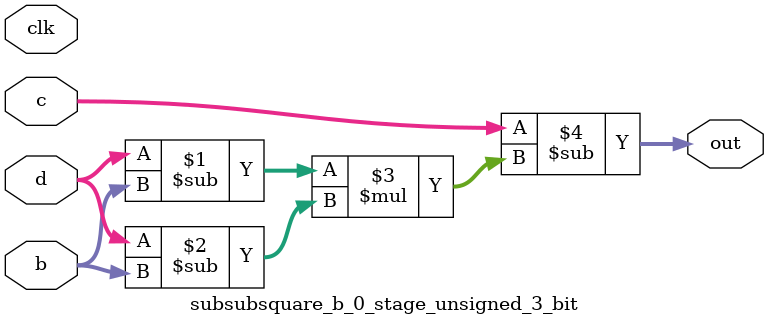
<source format=sv>
(* use_dsp = "yes" *) module subsubsquare_b_0_stage_unsigned_3_bit(
	input  [2:0] b,
	input  [2:0] c,
	input  [2:0] d,
	output [2:0] out,
	input clk);

	assign out = c - ((d - b) * (d - b));
endmodule

</source>
